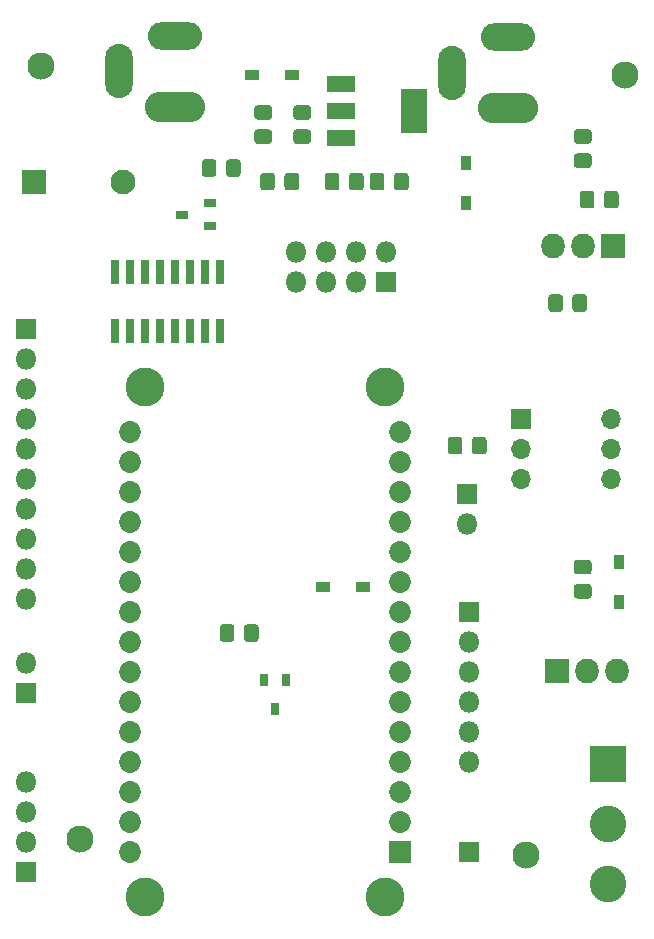
<source format=gbr>
%TF.GenerationSoftware,KiCad,Pcbnew,(5.1.6)-1*%
%TF.CreationDate,2020-07-29T00:16:23-03:00*%
%TF.ProjectId,placa_desenvolvimento,706c6163-615f-4646-9573-656e766f6c76,rev?*%
%TF.SameCoordinates,Original*%
%TF.FileFunction,Soldermask,Top*%
%TF.FilePolarity,Negative*%
%FSLAX46Y46*%
G04 Gerber Fmt 4.6, Leading zero omitted, Abs format (unit mm)*
G04 Created by KiCad (PCBNEW (5.1.6)-1) date 2020-07-29 00:16:23*
%MOMM*%
%LPD*%
G01*
G04 APERTURE LIST*
%ADD10C,2.300000*%
%ADD11R,3.100000X3.100000*%
%ADD12C,3.100000*%
%ADD13R,2.100000X2.100000*%
%ADD14C,2.100000*%
%ADD15O,2.350000X4.600000*%
%ADD16O,4.600000X2.350000*%
%ADD17O,5.100000X2.600000*%
%ADD18R,1.800000X1.800000*%
%ADD19O,1.800000X1.800000*%
%ADD20R,1.100000X0.800000*%
%ADD21R,0.800000X1.100000*%
%ADD22R,2.300000X3.700000*%
%ADD23R,2.335200X1.319200*%
%ADD24R,1.852600X1.852600*%
%ADD25C,1.852600*%
%ADD26C,3.300000*%
%ADD27R,0.700000X2.070000*%
%ADD28R,2.005000X2.100000*%
%ADD29O,2.005000X2.100000*%
%ADD30R,1.700000X1.700000*%
%ADD31O,1.700000X1.700000*%
%ADD32R,1.310000X0.830000*%
%ADD33R,0.830000X1.310000*%
G04 APERTURE END LIST*
D10*
%TO.C,REF\u002A\u002A*%
X65405000Y-29083000D03*
%TD*%
%TO.C,REF\u002A\u002A*%
X57023000Y-95123000D03*
%TD*%
%TO.C,REF\u002A\u002A*%
X19304000Y-93726000D03*
%TD*%
%TO.C,REF\u002A\u002A*%
X16002000Y-28321000D03*
%TD*%
D11*
%TO.C,J7*%
X64008000Y-87376000D03*
D12*
X64008000Y-92456000D03*
X64008000Y-97536000D03*
%TD*%
%TO.C,D2*%
G36*
G01*
X47116000Y-37621738D02*
X47116000Y-38578262D01*
G75*
G02*
X46844262Y-38850000I-271738J0D01*
G01*
X46137738Y-38850000D01*
G75*
G02*
X45866000Y-38578262I0J271738D01*
G01*
X45866000Y-37621738D01*
G75*
G02*
X46137738Y-37350000I271738J0D01*
G01*
X46844262Y-37350000D01*
G75*
G02*
X47116000Y-37621738I0J-271738D01*
G01*
G37*
G36*
G01*
X45066000Y-37621738D02*
X45066000Y-38578262D01*
G75*
G02*
X44794262Y-38850000I-271738J0D01*
G01*
X44087738Y-38850000D01*
G75*
G02*
X43816000Y-38578262I0J271738D01*
G01*
X43816000Y-37621738D01*
G75*
G02*
X44087738Y-37350000I271738J0D01*
G01*
X44794262Y-37350000D01*
G75*
G02*
X45066000Y-37621738I0J-271738D01*
G01*
G37*
%TD*%
D13*
%TO.C,BZ1*%
X15367000Y-38100000D03*
D14*
X22967000Y-38100000D03*
%TD*%
%TO.C,C1*%
G36*
G01*
X34319738Y-33674000D02*
X35276262Y-33674000D01*
G75*
G02*
X35548000Y-33945738I0J-271738D01*
G01*
X35548000Y-34652262D01*
G75*
G02*
X35276262Y-34924000I-271738J0D01*
G01*
X34319738Y-34924000D01*
G75*
G02*
X34048000Y-34652262I0J271738D01*
G01*
X34048000Y-33945738D01*
G75*
G02*
X34319738Y-33674000I271738J0D01*
G01*
G37*
G36*
G01*
X34319738Y-31624000D02*
X35276262Y-31624000D01*
G75*
G02*
X35548000Y-31895738I0J-271738D01*
G01*
X35548000Y-32602262D01*
G75*
G02*
X35276262Y-32874000I-271738J0D01*
G01*
X34319738Y-32874000D01*
G75*
G02*
X34048000Y-32602262I0J271738D01*
G01*
X34048000Y-31895738D01*
G75*
G02*
X34319738Y-31624000I271738J0D01*
G01*
G37*
%TD*%
%TO.C,C2*%
G36*
G01*
X37621738Y-31624000D02*
X38578262Y-31624000D01*
G75*
G02*
X38850000Y-31895738I0J-271738D01*
G01*
X38850000Y-32602262D01*
G75*
G02*
X38578262Y-32874000I-271738J0D01*
G01*
X37621738Y-32874000D01*
G75*
G02*
X37350000Y-32602262I0J271738D01*
G01*
X37350000Y-31895738D01*
G75*
G02*
X37621738Y-31624000I271738J0D01*
G01*
G37*
G36*
G01*
X37621738Y-33674000D02*
X38578262Y-33674000D01*
G75*
G02*
X38850000Y-33945738I0J-271738D01*
G01*
X38850000Y-34652262D01*
G75*
G02*
X38578262Y-34924000I-271738J0D01*
G01*
X37621738Y-34924000D01*
G75*
G02*
X37350000Y-34652262I0J271738D01*
G01*
X37350000Y-33945738D01*
G75*
G02*
X37621738Y-33674000I271738J0D01*
G01*
G37*
%TD*%
%TO.C,C3*%
G36*
G01*
X37845000Y-37621738D02*
X37845000Y-38578262D01*
G75*
G02*
X37573262Y-38850000I-271738J0D01*
G01*
X36866738Y-38850000D01*
G75*
G02*
X36595000Y-38578262I0J271738D01*
G01*
X36595000Y-37621738D01*
G75*
G02*
X36866738Y-37350000I271738J0D01*
G01*
X37573262Y-37350000D01*
G75*
G02*
X37845000Y-37621738I0J-271738D01*
G01*
G37*
G36*
G01*
X35795000Y-37621738D02*
X35795000Y-38578262D01*
G75*
G02*
X35523262Y-38850000I-271738J0D01*
G01*
X34816738Y-38850000D01*
G75*
G02*
X34545000Y-38578262I0J271738D01*
G01*
X34545000Y-37621738D01*
G75*
G02*
X34816738Y-37350000I271738J0D01*
G01*
X35523262Y-37350000D01*
G75*
G02*
X35795000Y-37621738I0J-271738D01*
G01*
G37*
%TD*%
D15*
%TO.C,J1*%
X22605000Y-28750000D03*
D16*
X27305000Y-25750000D03*
D17*
X27305000Y-31750000D03*
%TD*%
D18*
%TO.C,J2*%
X14732000Y-50546000D03*
D19*
X14732000Y-53086000D03*
X14732000Y-55626000D03*
X14732000Y-58166000D03*
X14732000Y-60706000D03*
X14732000Y-63246000D03*
X14732000Y-65786000D03*
X14732000Y-68326000D03*
X14732000Y-70866000D03*
X14732000Y-73406000D03*
%TD*%
D18*
%TO.C,J4*%
X52070000Y-64516000D03*
D19*
X52070000Y-67056000D03*
%TD*%
D18*
%TO.C,J5*%
X52197000Y-94869000D03*
%TD*%
D19*
%TO.C,J6*%
X14732000Y-78867000D03*
D18*
X14732000Y-81407000D03*
%TD*%
%TO.C,J8*%
X52197000Y-74549000D03*
D19*
X52197000Y-77089000D03*
X52197000Y-79629000D03*
X52197000Y-82169000D03*
X52197000Y-84709000D03*
X52197000Y-87249000D03*
%TD*%
D18*
%TO.C,J9*%
X45212000Y-46609000D03*
D19*
X45212000Y-44069000D03*
X42672000Y-46609000D03*
X42672000Y-44069000D03*
X40132000Y-46609000D03*
X40132000Y-44069000D03*
X37592000Y-46609000D03*
X37592000Y-44069000D03*
%TD*%
D20*
%TO.C,Q1*%
X30283000Y-41844000D03*
X30283000Y-39944000D03*
X27883000Y-40894000D03*
%TD*%
D21*
%TO.C,Q5*%
X35814000Y-82734000D03*
X34864000Y-80334000D03*
X36764000Y-80334000D03*
%TD*%
%TO.C,R1*%
G36*
G01*
X41256000Y-37621738D02*
X41256000Y-38578262D01*
G75*
G02*
X40984262Y-38850000I-271738J0D01*
G01*
X40277738Y-38850000D01*
G75*
G02*
X40006000Y-38578262I0J271738D01*
G01*
X40006000Y-37621738D01*
G75*
G02*
X40277738Y-37350000I271738J0D01*
G01*
X40984262Y-37350000D01*
G75*
G02*
X41256000Y-37621738I0J-271738D01*
G01*
G37*
G36*
G01*
X43306000Y-37621738D02*
X43306000Y-38578262D01*
G75*
G02*
X43034262Y-38850000I-271738J0D01*
G01*
X42327738Y-38850000D01*
G75*
G02*
X42056000Y-38578262I0J271738D01*
G01*
X42056000Y-37621738D01*
G75*
G02*
X42327738Y-37350000I271738J0D01*
G01*
X43034262Y-37350000D01*
G75*
G02*
X43306000Y-37621738I0J-271738D01*
G01*
G37*
%TD*%
%TO.C,R2*%
G36*
G01*
X31642000Y-37435262D02*
X31642000Y-36478738D01*
G75*
G02*
X31913738Y-36207000I271738J0D01*
G01*
X32620262Y-36207000D01*
G75*
G02*
X32892000Y-36478738I0J-271738D01*
G01*
X32892000Y-37435262D01*
G75*
G02*
X32620262Y-37707000I-271738J0D01*
G01*
X31913738Y-37707000D01*
G75*
G02*
X31642000Y-37435262I0J271738D01*
G01*
G37*
G36*
G01*
X29592000Y-37435262D02*
X29592000Y-36478738D01*
G75*
G02*
X29863738Y-36207000I271738J0D01*
G01*
X30570262Y-36207000D01*
G75*
G02*
X30842000Y-36478738I0J-271738D01*
G01*
X30842000Y-37435262D01*
G75*
G02*
X30570262Y-37707000I-271738J0D01*
G01*
X29863738Y-37707000D01*
G75*
G02*
X29592000Y-37435262I0J271738D01*
G01*
G37*
%TD*%
%TO.C,R8*%
G36*
G01*
X34416000Y-75848738D02*
X34416000Y-76805262D01*
G75*
G02*
X34144262Y-77077000I-271738J0D01*
G01*
X33437738Y-77077000D01*
G75*
G02*
X33166000Y-76805262I0J271738D01*
G01*
X33166000Y-75848738D01*
G75*
G02*
X33437738Y-75577000I271738J0D01*
G01*
X34144262Y-75577000D01*
G75*
G02*
X34416000Y-75848738I0J-271738D01*
G01*
G37*
G36*
G01*
X32366000Y-75848738D02*
X32366000Y-76805262D01*
G75*
G02*
X32094262Y-77077000I-271738J0D01*
G01*
X31387738Y-77077000D01*
G75*
G02*
X31116000Y-76805262I0J271738D01*
G01*
X31116000Y-75848738D01*
G75*
G02*
X31387738Y-75577000I271738J0D01*
G01*
X32094262Y-75577000D01*
G75*
G02*
X32366000Y-75848738I0J-271738D01*
G01*
G37*
%TD*%
D22*
%TO.C,U1*%
X47549000Y-32131000D03*
D23*
X41351200Y-34442400D03*
X41351200Y-32131000D03*
X41351200Y-29819600D03*
%TD*%
D24*
%TO.C,U2*%
X46355000Y-94869000D03*
D25*
X46355000Y-92329000D03*
X46355000Y-89789000D03*
X46355000Y-87249000D03*
X46355000Y-84709000D03*
X46355000Y-82169000D03*
X46355000Y-79629000D03*
X46355000Y-77089000D03*
X46355000Y-74549000D03*
X46355000Y-72009000D03*
X46355000Y-69469000D03*
X46355000Y-66929000D03*
X46355000Y-64389000D03*
X46355000Y-61849000D03*
X46355000Y-59309000D03*
X23495000Y-94869000D03*
X23495000Y-92329000D03*
X23495000Y-89789000D03*
X23495000Y-87249000D03*
X23495000Y-84709000D03*
X23495000Y-82169000D03*
X23495000Y-79629000D03*
X23495000Y-77089000D03*
X23495000Y-74549000D03*
X23495000Y-72009000D03*
X23495000Y-69469000D03*
X23495000Y-66929000D03*
X23495000Y-64389000D03*
X23495000Y-61849000D03*
X23495000Y-59309000D03*
D26*
X45085000Y-98679000D03*
X24765000Y-98679000D03*
X24765000Y-55499000D03*
X45085000Y-55499000D03*
%TD*%
D27*
%TO.C,U601*%
X22225000Y-50735000D03*
X23495000Y-50735000D03*
X24765000Y-50735000D03*
X26035000Y-50735000D03*
X27305000Y-50735000D03*
X28575000Y-50735000D03*
X29845000Y-50735000D03*
X31115000Y-50735000D03*
X31115000Y-45785000D03*
X29845000Y-45785000D03*
X28575000Y-45785000D03*
X27305000Y-45785000D03*
X26035000Y-45785000D03*
X24765000Y-45785000D03*
X23495000Y-45785000D03*
X22225000Y-45785000D03*
%TD*%
%TO.C,C4*%
G36*
G01*
X64896000Y-39145738D02*
X64896000Y-40102262D01*
G75*
G02*
X64624262Y-40374000I-271738J0D01*
G01*
X63917738Y-40374000D01*
G75*
G02*
X63646000Y-40102262I0J271738D01*
G01*
X63646000Y-39145738D01*
G75*
G02*
X63917738Y-38874000I271738J0D01*
G01*
X64624262Y-38874000D01*
G75*
G02*
X64896000Y-39145738I0J-271738D01*
G01*
G37*
G36*
G01*
X62846000Y-39145738D02*
X62846000Y-40102262D01*
G75*
G02*
X62574262Y-40374000I-271738J0D01*
G01*
X61867738Y-40374000D01*
G75*
G02*
X61596000Y-40102262I0J271738D01*
G01*
X61596000Y-39145738D01*
G75*
G02*
X61867738Y-38874000I271738J0D01*
G01*
X62574262Y-38874000D01*
G75*
G02*
X62846000Y-39145738I0J-271738D01*
G01*
G37*
%TD*%
%TO.C,C5*%
G36*
G01*
X60979000Y-48865262D02*
X60979000Y-47908738D01*
G75*
G02*
X61250738Y-47637000I271738J0D01*
G01*
X61957262Y-47637000D01*
G75*
G02*
X62229000Y-47908738I0J-271738D01*
G01*
X62229000Y-48865262D01*
G75*
G02*
X61957262Y-49137000I-271738J0D01*
G01*
X61250738Y-49137000D01*
G75*
G02*
X60979000Y-48865262I0J271738D01*
G01*
G37*
G36*
G01*
X58929000Y-48865262D02*
X58929000Y-47908738D01*
G75*
G02*
X59200738Y-47637000I271738J0D01*
G01*
X59907262Y-47637000D01*
G75*
G02*
X60179000Y-47908738I0J-271738D01*
G01*
X60179000Y-48865262D01*
G75*
G02*
X59907262Y-49137000I-271738J0D01*
G01*
X59200738Y-49137000D01*
G75*
G02*
X58929000Y-48865262I0J271738D01*
G01*
G37*
%TD*%
D28*
%TO.C,U3*%
X64389000Y-43561000D03*
D29*
X61849000Y-43561000D03*
X59309000Y-43561000D03*
%TD*%
D18*
%TO.C,J3*%
X14732000Y-96520000D03*
D19*
X14732000Y-93980000D03*
X14732000Y-91440000D03*
X14732000Y-88900000D03*
%TD*%
%TO.C,R3*%
G36*
G01*
X51670000Y-59973738D02*
X51670000Y-60930262D01*
G75*
G02*
X51398262Y-61202000I-271738J0D01*
G01*
X50691738Y-61202000D01*
G75*
G02*
X50420000Y-60930262I0J271738D01*
G01*
X50420000Y-59973738D01*
G75*
G02*
X50691738Y-59702000I271738J0D01*
G01*
X51398262Y-59702000D01*
G75*
G02*
X51670000Y-59973738I0J-271738D01*
G01*
G37*
G36*
G01*
X53720000Y-59973738D02*
X53720000Y-60930262D01*
G75*
G02*
X53448262Y-61202000I-271738J0D01*
G01*
X52741738Y-61202000D01*
G75*
G02*
X52470000Y-60930262I0J271738D01*
G01*
X52470000Y-59973738D01*
G75*
G02*
X52741738Y-59702000I271738J0D01*
G01*
X53448262Y-59702000D01*
G75*
G02*
X53720000Y-59973738I0J-271738D01*
G01*
G37*
%TD*%
%TO.C,R4*%
G36*
G01*
X61370738Y-70105000D02*
X62327262Y-70105000D01*
G75*
G02*
X62599000Y-70376738I0J-271738D01*
G01*
X62599000Y-71083262D01*
G75*
G02*
X62327262Y-71355000I-271738J0D01*
G01*
X61370738Y-71355000D01*
G75*
G02*
X61099000Y-71083262I0J271738D01*
G01*
X61099000Y-70376738D01*
G75*
G02*
X61370738Y-70105000I271738J0D01*
G01*
G37*
G36*
G01*
X61370738Y-72155000D02*
X62327262Y-72155000D01*
G75*
G02*
X62599000Y-72426738I0J-271738D01*
G01*
X62599000Y-73133262D01*
G75*
G02*
X62327262Y-73405000I-271738J0D01*
G01*
X61370738Y-73405000D01*
G75*
G02*
X61099000Y-73133262I0J271738D01*
G01*
X61099000Y-72426738D01*
G75*
G02*
X61370738Y-72155000I271738J0D01*
G01*
G37*
%TD*%
D30*
%TO.C,U4*%
X56642000Y-58166000D03*
D31*
X64262000Y-63246000D03*
X56642000Y-60706000D03*
X64262000Y-60706000D03*
X56642000Y-63246000D03*
X64262000Y-58166000D03*
%TD*%
D28*
%TO.C,Q2*%
X59690000Y-79502000D03*
D29*
X62230000Y-79502000D03*
X64770000Y-79502000D03*
%TD*%
D32*
%TO.C,D1*%
X33880000Y-29083000D03*
X37240000Y-29083000D03*
%TD*%
D33*
%TO.C,D3*%
X64897000Y-73689000D03*
X64897000Y-70329000D03*
%TD*%
D32*
%TO.C,D4*%
X43209000Y-72390000D03*
X39849000Y-72390000D03*
%TD*%
%TO.C,C6*%
G36*
G01*
X62327262Y-36956000D02*
X61370738Y-36956000D01*
G75*
G02*
X61099000Y-36684262I0J271738D01*
G01*
X61099000Y-35977738D01*
G75*
G02*
X61370738Y-35706000I271738J0D01*
G01*
X62327262Y-35706000D01*
G75*
G02*
X62599000Y-35977738I0J-271738D01*
G01*
X62599000Y-36684262D01*
G75*
G02*
X62327262Y-36956000I-271738J0D01*
G01*
G37*
G36*
G01*
X62327262Y-34906000D02*
X61370738Y-34906000D01*
G75*
G02*
X61099000Y-34634262I0J271738D01*
G01*
X61099000Y-33927738D01*
G75*
G02*
X61370738Y-33656000I271738J0D01*
G01*
X62327262Y-33656000D01*
G75*
G02*
X62599000Y-33927738I0J-271738D01*
G01*
X62599000Y-34634262D01*
G75*
G02*
X62327262Y-34906000I-271738J0D01*
G01*
G37*
%TD*%
D33*
%TO.C,D5*%
X51943000Y-36547000D03*
X51943000Y-39907000D03*
%TD*%
D15*
%TO.C,J10*%
X50799000Y-28877000D03*
D16*
X55499000Y-25877000D03*
D17*
X55499000Y-31877000D03*
%TD*%
M02*

</source>
